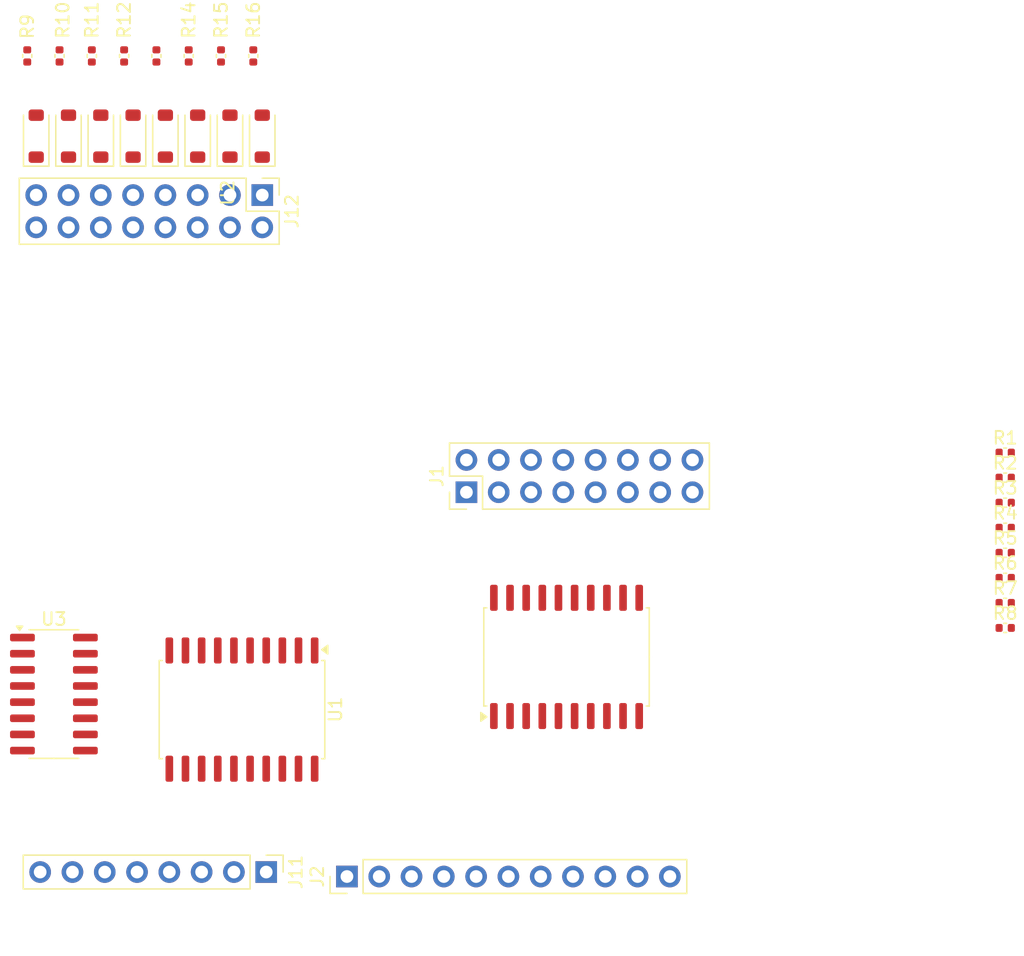
<source format=kicad_pcb>
(kicad_pcb (version 20240108) (generator "pcbnew") (generator_version "8.0")
  (layers (0 "F.Cu" signal) (31 "B.Cu" signal) (34 "B.Paste" user) (35 "F.Paste" user) (36 "B.SilkS" user "B.Silkscreen") (37 "F.SilkS" user "F.Silkscreen") (38 "B.Mask" user) (39 "F.Mask" user) (44 "Edge.Cuts" user))
  (net 0 "")
  (net 1 "B5")
  (net 2 "B1")
  (net 3 "B3")
  (net 4 "B4")
  (net 5 "B7")
  (net 6 "B2")
  (net 7 "B6")
  (net 8 "B0")
  (net 9 "Net-(D1-K)")
  (net 10 "Net-(D2-K)")
  (net 11 "Net-(D3-K)")
  (net 12 "Net-(D4-K)")
  (net 13 "Net-(D5-K)")
  (net 14 "Net-(D6-K)")
  (net 15 "Net-(D7-K)")
  (net 16 "Net-(D8-K)")
  (net 17 "W0")
  (net 18 "GND")
  (net 19 "Net-(J11-Pin_2)")
  (net 20 "Net-(J11-Pin_3)")
  (net 21 "Net-(J11-Pin_1)")
  (net 22 "Net-(J11-Pin_5)")
  (net 23 "Net-(J11-Pin_7)")
  (net 24 "Net-(J11-Pin_4)")
  (net 25 "Net-(J11-Pin_6)")
  (net 26 "Net-(J11-Pin_8)")
  (net 27 "VDD")
  (net 28 "Net-(J1-Pin_16)")
  (net 29 "Net-(J1-Pin_2)")
  (net 30 "Net-(J1-Pin_14)")
  (net 31 "Net-(J1-Pin_10)")
  (net 32 "Net-(J1-Pin_12)")
  (net 33 "Net-(J1-Pin_4)")
  (net 34 "Net-(J1-Pin_6)")
  (net 35 "Net-(J1-Pin_8)")
  (net 36 "Net-(J2-Pin_4)")
  (net 37 "Net-(J2-Pin_10)")
  (net 38 "Net-(J2-Pin_7)")
  (net 39 "Net-(J2-Pin_3)")
  (net 40 "Net-(J2-Pin_8)")
  (net 41 "Net-(J2-Pin_5)")
  (net 42 "Net-(J2-Pin_9)")
  (net 43 "Net-(J2-Pin_6)")
  (net 44 "Net-(U1-G1)")
  (net 46 "Net-(J2-Pin_11)")
  (net 47 "Net-(J2-Pin_1)")
  (net 48 "Net-(J2-Pin_2)")
  (footprint "Capacitor_SMD:C_0402_1005Metric" (layer "F.Cu") (at 127.722 104.77)
    (property "Reference" "R2" (at 0 -1.16 0) (layer "F.SilkS"))
    (property "Value" "10k")
    (pad "1" smd roundrect (at -0.48 0) (size 0.56 0.62) (layers "F.Cu" "F.Paste" "F.Mask") (net 18 "GND"))
    (pad "2" smd roundrect (at 0.48 0) (size 0.56 0.62) (layers "F.Cu" "F.Paste" "F.Mask") (net 33 "Net-(J1-Pin_4)"))
  )
  (footprint "Capacitor_SMD:C_0402_1005Metric" (layer "F.Cu") (at 127.722 112.65)
    (property "Reference" "R6" (at 0 -1.16 0) (layer "F.SilkS"))
    (property "Value" "10k")
    (pad "1" smd roundrect (at -0.48 0) (size 0.56 0.62) (layers "F.Cu" "F.Paste" "F.Mask") (net 18 "GND"))
    (pad "2" smd roundrect (at 0.48 0) (size 0.56 0.62) (layers "F.Cu" "F.Paste" "F.Mask") (net 32 "Net-(J1-Pin_12)"))
  )
  (footprint "Diode_SMD:D_SOD-123" (layer "F.Cu") (at 69.285 77.91 90)
    (property "Reference" "D1" (hide yes))
    (property "Value" "D")
    (pad "1" smd roundrect (at -1.65 0 90) (size 0.9 1.2) (layers "F.Cu" "F.Paste" "F.Mask") (net 9 "Net-(D1-K)"))
    (pad "2" smd roundrect (at 1.65 0 90) (size 0.9 1.2) (layers "F.Cu" "F.Paste" "F.Mask") (net 8 "B0"))
  )
  (footprint "Connector_PinHeader_2.54mm:PinHeader_2x08_P2.54mm_Vertical" (layer "F.Cu") (at 85.344 105.918 90)
    (property "Reference" "J1" (at 1.27 -2.33 90) (layer "F.SilkS"))
    (property "Value" "DIN41612_02x16_AB")
    (pad "1" thru_hole rect (at 0 0 90) (size 1.7 1.7) (drill 1) (layers "*.Cu" "*.Mask" "In1.Cu" "In2.Cu" "In3.Cu" "In4.Cu" "In5.Cu" "In6.Cu" "In7.Cu" "In8.Cu" "In9.Cu" "In10.Cu" "In11.Cu" "In12.Cu" "In13.Cu" "In14.Cu" "In15.Cu" "In16.Cu" "In17.Cu" "In18.Cu" "In19.Cu" "In20.Cu" "In21.Cu" "In22.Cu" "In23.Cu" "In24.Cu" "In25.Cu" "In26.Cu" "In27.Cu" "In28.Cu" "In29.Cu" "In30.Cu") (net 27 "VDD"))
    (pad "2" thru_hole oval (at 2.54 0 90) (size 1.7 1.7) (drill 1) (layers "*.Cu" "*.Mask" "In1.Cu" "In2.Cu" "In3.Cu" "In4.Cu" "In5.Cu" "In6.Cu" "In7.Cu" "In8.Cu" "In9.Cu" "In10.Cu" "In11.Cu" "In12.Cu" "In13.Cu" "In14.Cu" "In15.Cu" "In16.Cu" "In17.Cu" "In18.Cu" "In19.Cu" "In20.Cu" "In21.Cu" "In22.Cu" "In23.Cu" "In24.Cu" "In25.Cu" "In26.Cu" "In27.Cu" "In28.Cu" "In29.Cu" "In30.Cu") (net 29 "Net-(J1-Pin_2)"))
    (pad "3" thru_hole oval (at 0 2.54 90) (size 1.7 1.7) (drill 1) (layers "*.Cu" "*.Mask" "In1.Cu" "In2.Cu" "In3.Cu" "In4.Cu" "In5.Cu" "In6.Cu" "In7.Cu" "In8.Cu" "In9.Cu" "In10.Cu" "In11.Cu" "In12.Cu" "In13.Cu" "In14.Cu" "In15.Cu" "In16.Cu" "In17.Cu" "In18.Cu" "In19.Cu" "In20.Cu" "In21.Cu" "In22.Cu" "In23.Cu" "In24.Cu" "In25.Cu" "In26.Cu" "In27.Cu" "In28.Cu" "In29.Cu" "In30.Cu") (net 27 "VDD"))
    (pad "4" thru_hole oval (at 2.54 2.54 90) (size 1.7 1.7) (drill 1) (layers "*.Cu" "*.Mask" "In1.Cu" "In2.Cu" "In3.Cu" "In4.Cu" "In5.Cu" "In6.Cu" "In7.Cu" "In8.Cu" "In9.Cu" "In10.Cu" "In11.Cu" "In12.Cu" "In13.Cu" "In14.Cu" "In15.Cu" "In16.Cu" "In17.Cu" "In18.Cu" "In19.Cu" "In20.Cu" "In21.Cu" "In22.Cu" "In23.Cu" "In24.Cu" "In25.Cu" "In26.Cu" "In27.Cu" "In28.Cu" "In29.Cu" "In30.Cu") (net 33 "Net-(J1-Pin_4)"))
    (pad "5" thru_hole oval (at 0 5.08 90) (size 1.7 1.7) (drill 1) (layers "*.Cu" "*.Mask" "In1.Cu" "In2.Cu" "In3.Cu" "In4.Cu" "In5.Cu" "In6.Cu" "In7.Cu" "In8.Cu" "In9.Cu" "In10.Cu" "In11.Cu" "In12.Cu" "In13.Cu" "In14.Cu" "In15.Cu" "In16.Cu" "In17.Cu" "In18.Cu" "In19.Cu" "In20.Cu" "In21.Cu" "In22.Cu" "In23.Cu" "In24.Cu" "In25.Cu" "In26.Cu" "In27.Cu" "In28.Cu" "In29.Cu" "In30.Cu") (net 27 "VDD"))
    (pad "6" thru_hole oval (at 2.54 5.08 90) (size 1.7 1.7) (drill 1) (layers "*.Cu" "*.Mask" "In1.Cu" "In2.Cu" "In3.Cu" "In4.Cu" "In5.Cu" "In6.Cu" "In7.Cu" "In8.Cu" "In9.Cu" "In10.Cu" "In11.Cu" "In12.Cu" "In13.Cu" "In14.Cu" "In15.Cu" "In16.Cu" "In17.Cu" "In18.Cu" "In19.Cu" "In20.Cu" "In21.Cu" "In22.Cu" "In23.Cu" "In24.Cu" "In25.Cu" "In26.Cu" "In27.Cu" "In28.Cu" "In29.Cu" "In30.Cu") (net 34 "Net-(J1-Pin_6)"))
    (pad "7" thru_hole oval (at 0 7.62 90) (size 1.7 1.7) (drill 1) (layers "*.Cu" "*.Mask" "In1.Cu" "In2.Cu" "In3.Cu" "In4.Cu" "In5.Cu" "In6.Cu" "In7.Cu" "In8.Cu" "In9.Cu" "In10.Cu" "In11.Cu" "In12.Cu" "In13.Cu" "In14.Cu" "In15.Cu" "In16.Cu" "In17.Cu" "In18.Cu" "In19.Cu" "In20.Cu" "In21.Cu" "In22.Cu" "In23.Cu" "In24.Cu" "In25.Cu" "In26.Cu" "In27.Cu" "In28.Cu" "In29.Cu" "In30.Cu") (net 27 "VDD"))
    (pad "8" thru_hole oval (at 2.54 7.62 90) (size 1.7 1.7) (drill 1) (layers "*.Cu" "*.Mask" "In1.Cu" "In2.Cu" "In3.Cu" "In4.Cu" "In5.Cu" "In6.Cu" "In7.Cu" "In8.Cu" "In9.Cu" "In10.Cu" "In11.Cu" "In12.Cu" "In13.Cu" "In14.Cu" "In15.Cu" "In16.Cu" "In17.Cu" "In18.Cu" "In19.Cu" "In20.Cu" "In21.Cu" "In22.Cu" "In23.Cu" "In24.Cu" "In25.Cu" "In26.Cu" "In27.Cu" "In28.Cu" "In29.Cu" "In30.Cu") (net 35 "Net-(J1-Pin_8)"))
    (pad "9" thru_hole oval (at 0 10.16 90) (size 1.7 1.7) (drill 1) (layers "*.Cu" "*.Mask" "In1.Cu" "In2.Cu" "In3.Cu" "In4.Cu" "In5.Cu" "In6.Cu" "In7.Cu" "In8.Cu" "In9.Cu" "In10.Cu" "In11.Cu" "In12.Cu" "In13.Cu" "In14.Cu" "In15.Cu" "In16.Cu" "In17.Cu" "In18.Cu" "In19.Cu" "In20.Cu" "In21.Cu" "In22.Cu" "In23.Cu" "In24.Cu" "In25.Cu" "In26.Cu" "In27.Cu" "In28.Cu" "In29.Cu" "In30.Cu") (net 27 "VDD"))
    (pad "10" thru_hole oval (at 2.54 10.16 90) (size 1.7 1.7) (drill 1) (layers "*.Cu" "*.Mask" "In1.Cu" "In2.Cu" "In3.Cu" "In4.Cu" "In5.Cu" "In6.Cu" "In7.Cu" "In8.Cu" "In9.Cu" "In10.Cu" "In11.Cu" "In12.Cu" "In13.Cu" "In14.Cu" "In15.Cu" "In16.Cu" "In17.Cu" "In18.Cu" "In19.Cu" "In20.Cu" "In21.Cu" "In22.Cu" "In23.Cu" "In24.Cu" "In25.Cu" "In26.Cu" "In27.Cu" "In28.Cu" "In29.Cu" "In30.Cu") (net 31 "Net-(J1-Pin_10)"))
    (pad "11" thru_hole oval (at 0 12.7 90) (size 1.7 1.7) (drill 1) (layers "*.Cu" "*.Mask" "In1.Cu" "In2.Cu" "In3.Cu" "In4.Cu" "In5.Cu" "In6.Cu" "In7.Cu" "In8.Cu" "In9.Cu" "In10.Cu" "In11.Cu" "In12.Cu" "In13.Cu" "In14.Cu" "In15.Cu" "In16.Cu" "In17.Cu" "In18.Cu" "In19.Cu" "In20.Cu" "In21.Cu" "In22.Cu" "In23.Cu" "In24.Cu" "In25.Cu" "In26.Cu" "In27.Cu" "In28.Cu" "In29.Cu" "In30.Cu") (net 27 "VDD"))
    (pad "12" thru_hole oval (at 2.54 12.7 90) (size 1.7 1.7) (drill 1) (layers "*.Cu" "*.Mask" "In1.Cu" "In2.Cu" "In3.Cu" "In4.Cu" "In5.Cu" "In6.Cu" "In7.Cu" "In8.Cu" "In9.Cu" "In10.Cu" "In11.Cu" "In12.Cu" "In13.Cu" "In14.Cu" "In15.Cu" "In16.Cu" "In17.Cu" "In18.Cu" "In19.Cu" "In20.Cu" "In21.Cu" "In22.Cu" "In23.Cu" "In24.Cu" "In25.Cu" "In26.Cu" "In27.Cu" "In28.Cu" "In29.Cu" "In30.Cu") (net 32 "Net-(J1-Pin_12)"))
    (pad "13" thru_hole oval (at 0 15.24 90) (size 1.7 1.7) (drill 1) (layers "*.Cu" "*.Mask" "In1.Cu" "In2.Cu" "In3.Cu" "In4.Cu" "In5.Cu" "In6.Cu" "In7.Cu" "In8.Cu" "In9.Cu" "In10.Cu" "In11.Cu" "In12.Cu" "In13.Cu" "In14.Cu" "In15.Cu" "In16.Cu" "In17.Cu" "In18.Cu" "In19.Cu" "In20.Cu" "In21.Cu" "In22.Cu" "In23.Cu" "In24.Cu" "In25.Cu" "In26.Cu" "In27.Cu" "In28.Cu" "In29.Cu" "In30.Cu") (net 27 "VDD"))
    (pad "14" thru_hole oval (at 2.54 15.24 90) (size 1.7 1.7) (drill 1) (layers "*.Cu" "*.Mask" "In1.Cu" "In2.Cu" "In3.Cu" "In4.Cu" "In5.Cu" "In6.Cu" "In7.Cu" "In8.Cu" "In9.Cu" "In10.Cu" "In11.Cu" "In12.Cu" "In13.Cu" "In14.Cu" "In15.Cu" "In16.Cu" "In17.Cu" "In18.Cu" "In19.Cu" "In20.Cu" "In21.Cu" "In22.Cu" "In23.Cu" "In24.Cu" "In25.Cu" "In26.Cu" "In27.Cu" "In28.Cu" "In29.Cu" "In30.Cu") (net 30 "Net-(J1-Pin_14)"))
    (pad "15" thru_hole oval (at 0 17.78 90) (size 1.7 1.7) (drill 1) (layers "*.Cu" "*.Mask" "In1.Cu" "In2.Cu" "In3.Cu" "In4.Cu" "In5.Cu" "In6.Cu" "In7.Cu" "In8.Cu" "In9.Cu" "In10.Cu" "In11.Cu" "In12.Cu" "In13.Cu" "In14.Cu" "In15.Cu" "In16.Cu" "In17.Cu" "In18.Cu" "In19.Cu" "In20.Cu" "In21.Cu" "In22.Cu" "In23.Cu" "In24.Cu" "In25.Cu" "In26.Cu" "In27.Cu" "In28.Cu" "In29.Cu" "In30.Cu") (net 27 "VDD"))
    (pad "16" thru_hole oval (at 2.54 17.78 90) (size 1.7 1.7) (drill 1) (layers "*.Cu" "*.Mask" "In1.Cu" "In2.Cu" "In3.Cu" "In4.Cu" "In5.Cu" "In6.Cu" "In7.Cu" "In8.Cu" "In9.Cu" "In10.Cu" "In11.Cu" "In12.Cu" "In13.Cu" "In14.Cu" "In15.Cu" "In16.Cu" "In17.Cu" "In18.Cu" "In19.Cu" "In20.Cu" "In21.Cu" "In22.Cu" "In23.Cu" "In24.Cu" "In25.Cu" "In26.Cu" "In27.Cu" "In28.Cu" "In29.Cu" "In30.Cu") (net 28 "Net-(J1-Pin_16)"))
  )
  (footprint "Diode_SMD:D_SOD-123" (layer "F.Cu") (at 56.585 77.91 90)
    (property "Reference" "D7" (hide yes))
    (property "Value" "D")
    (pad "1" smd roundrect (at -1.65 0 90) (size 0.9 1.2) (layers "F.Cu" "F.Paste" "F.Mask") (net 15 "Net-(D7-K)"))
    (pad "2" smd roundrect (at 1.65 0 90) (size 0.9 1.2) (layers "F.Cu" "F.Paste" "F.Mask") (net 1 "B5"))
  )
  (footprint "Capacitor_SMD:C_0402_1005Metric" (layer "F.Cu") (at 53.34 71.6 -90)
    (property "Reference" "R10" (at -2.822 -0.254 90) (layer "F.SilkS"))
    (property "Value" "10k" (hide yes))
    (pad "1" smd roundrect (at -0.48 0 270) (size 0.56 0.62) (layers "F.Cu" "F.Paste" "F.Mask") (net 27 "VDD"))
    (pad "2" smd roundrect (at 0.48 0 270) (size 0.56 0.62) (layers "F.Cu" "F.Paste" "F.Mask") (net 7 "B6"))
  )
  (footprint "Capacitor_SMD:C_0402_1005Metric" (layer "F.Cu") (at 55.88 71.6 -90)
    (property "Reference" "R11" (at -2.822 0 90) (layer "F.SilkS"))
    (property "Value" "10k" (hide yes))
    (pad "1" smd roundrect (at -0.48 0 270) (size 0.56 0.62) (layers "F.Cu" "F.Paste" "F.Mask") (net 27 "VDD"))
    (pad "2" smd roundrect (at 0.48 0 270) (size 0.56 0.62) (layers "F.Cu" "F.Paste" "F.Mask") (net 1 "B5"))
  )
  (footprint "Diode_SMD:D_SOD-123" (layer "F.Cu") (at 59.125 77.91 90)
    (property "Reference" "D8" (hide yes))
    (property "Value" "D")
    (pad "1" smd roundrect (at -1.65 0 90) (size 0.9 1.2) (layers "F.Cu" "F.Paste" "F.Mask") (net 16 "Net-(D8-K)"))
    (pad "2" smd roundrect (at 1.65 0 90) (size 0.9 1.2) (layers "F.Cu" "F.Paste" "F.Mask") (net 4 "B4"))
  )
  (footprint "Capacitor_SMD:C_0402_1005Metric" (layer "F.Cu") (at 60.96 71.6 -90)
    (property "Reference" "R13" (hide yes))
    (property "Value" "10k" (hide yes))
    (pad "1" smd roundrect (at -0.48 0 270) (size 0.56 0.62) (layers "F.Cu" "F.Paste" "F.Mask") (net 27 "VDD"))
    (pad "2" smd roundrect (at 0.48 0 270) (size 0.56 0.62) (layers "F.Cu" "F.Paste" "F.Mask") (net 3 "B3"))
  )
  (footprint "Package_SO:SOIC-16_3.9x9.9mm_P1.27mm" (layer "F.Cu") (at 52.897 121.793)
    (property "Reference" "U3" (at 0 -5.9 0) (layer "F.SilkS"))
    (property "Value" "74HC238")
    (pad "1" smd roundrect (at -2.475 -4.445) (size 1.95 0.6) (layers "F.Cu" "F.Paste" "F.Mask") (net 47 "Net-(J2-Pin_1)"))
    (pad "2" smd roundrect (at -2.475 -3.175) (size 1.95 0.6) (layers "F.Cu" "F.Paste" "F.Mask") (net 48 "Net-(J2-Pin_2)"))
    (pad "3" smd roundrect (at -2.475 -1.905) (size 1.95 0.6) (layers "F.Cu" "F.Paste" "F.Mask") (net 39 "Net-(J2-Pin_3)"))
    (pad "4" smd roundrect (at -2.475 -0.635) (size 1.95 0.6) (layers "F.Cu" "F.Paste" "F.Mask") (net 44 "Net-(U1-G1)"))
    (pad "5" smd roundrect (at -2.475 0.635) (size 1.95 0.6) (layers "F.Cu" "F.Paste" "F.Mask") (net 44 "Net-(U1-G1)"))
    (pad "6" smd roundrect (at -2.475 1.905) (size 1.95 0.6) (layers "F.Cu" "F.Paste" "F.Mask") (net 27 "VDD"))
    (pad "7" smd roundrect (at -2.475 3.175) (size 1.95 0.6) (layers "F.Cu" "F.Paste" "F.Mask"))
    (pad "8" smd roundrect (at -2.475 4.445) (size 1.95 0.6) (layers "F.Cu" "F.Paste" "F.Mask") (net 18 "GND"))
    (pad "9" smd roundrect (at 2.475 4.445) (size 1.95 0.6) (layers "F.Cu" "F.Paste" "F.Mask"))
    (pad "10" smd roundrect (at 2.475 3.175) (size 1.95 0.6) (layers "F.Cu" "F.Paste" "F.Mask"))
    (pad "11" smd roundrect (at 2.475 1.905) (size 1.95 0.6) (layers "F.Cu" "F.Paste" "F.Mask"))
    (pad "12" smd roundrect (at 2.475 0.635) (size 1.95 0.6) (layers "F.Cu" "F.Paste" "F.Mask"))
    (pad "13" smd roundrect (at 2.475 -0.635) (size 1.95 0.6) (layers "F.Cu" "F.Paste" "F.Mask"))
    (pad "14" smd roundrect (at 2.475 -1.905) (size 1.95 0.6) (layers "F.Cu" "F.Paste" "F.Mask"))
    (pad "15" smd roundrect (at 2.475 -3.175) (size 1.95 0.6) (layers "F.Cu" "F.Paste" "F.Mask") (net 17 "W0"))
    (pad "16" smd roundrect (at 2.475 -4.445) (size 1.95 0.6) (layers "F.Cu" "F.Paste" "F.Mask") (net 27 "VDD"))
  )
  (footprint "Connector_PinHeader_2.54mm:PinHeader_2x08_P2.54mm_Vertical" (layer "F.Cu") (at 69.285 82.545 -90)
    (property "Reference" "J12" (at 1.27 -2.33 -90) (layer "F.SilkS"))
    (property "Value" "DIN41612_02x16_AB" (hide yes))
    (pad "1" thru_hole rect (at 0 0 270) (size 1.7 1.7) (drill 1) (layers "*.Cu" "*.Mask" "In1.Cu" "In2.Cu" "In3.Cu" "In4.Cu" "In5.Cu" "In6.Cu" "In7.Cu" "In8.Cu" "In9.Cu" "In10.Cu" "In11.Cu" "In12.Cu" "In13.Cu" "In14.Cu" "In15.Cu" "In16.Cu" "In17.Cu" "In18.Cu" "In19.Cu" "In20.Cu" "In21.Cu" "In22.Cu" "In23.Cu" "In24.Cu" "In25.Cu" "In26.Cu" "In27.Cu" "In28.Cu" "In29.Cu" "In30.Cu") (net 9 "Net-(D1-K)"))
    (pad "2" thru_hole oval (at 2.54 0 270) (size 1.7 1.7) (drill 1) (layers "*.Cu" "*.Mask" "In1.Cu" "In2.Cu" "In3.Cu" "In4.Cu" "In5.Cu" "In6.Cu" "In7.Cu" "In8.Cu" "In9.Cu" "In10.Cu" "In11.Cu" "In12.Cu" "In13.Cu" "In14.Cu" "In15.Cu" "In16.Cu" "In17.Cu" "In18.Cu" "In19.Cu" "In20.Cu" "In21.Cu" "In22.Cu" "In23.Cu" "In24.Cu" "In25.Cu" "In26.Cu" "In27.Cu" "In28.Cu" "In29.Cu" "In30.Cu") (net 17 "W0"))
    (pad "3" thru_hole oval (at 0 2.54 270) (size 1.7 1.7) (drill 1) (layers "*.Cu" "*.Mask" "In1.Cu" "In2.Cu" "In3.Cu" "In4.Cu" "In5.Cu" "In6.Cu" "In7.Cu" "In8.Cu" "In9.Cu" "In10.Cu" "In11.Cu" "In12.Cu" "In13.Cu" "In14.Cu" "In15.Cu" "In16.Cu" "In17.Cu" "In18.Cu" "In19.Cu" "In20.Cu" "In21.Cu" "In22.Cu" "In23.Cu" "In24.Cu" "In25.Cu" "In26.Cu" "In27.Cu" "In28.Cu" "In29.Cu" "In30.Cu") (net 10 "Net-(D2-K)"))
    (pad "4" thru_hole oval (at 2.54 2.54 270) (size 1.7 1.7) (drill 1) (layers "*.Cu" "*.Mask" "In1.Cu" "In2.Cu" "In3.Cu" "In4.Cu" "In5.Cu" "In6.Cu" "In7.Cu" "In8.Cu" "In9.Cu" "In10.Cu" "In11.Cu" "In12.Cu" "In13.Cu" "In14.Cu" "In15.Cu" "In16.Cu" "In17.Cu" "In18.Cu" "In19.Cu" "In20.Cu" "In21.Cu" "In22.Cu" "In23.Cu" "In24.Cu" "In25.Cu" "In26.Cu" "In27.Cu" "In28.Cu" "In29.Cu" "In30.Cu") (net 17 "W0"))
    (pad "5" thru_hole oval (at 0 5.08 270) (size 1.7 1.7) (drill 1) (layers "*.Cu" "*.Mask" "In1.Cu" "In2.Cu" "In3.Cu" "In4.Cu" "In5.Cu" "In6.Cu" "In7.Cu" "In8.Cu" "In9.Cu" "In10.Cu" "In11.Cu" "In12.Cu" "In13.Cu" "In14.Cu" "In15.Cu" "In16.Cu" "In17.Cu" "In18.Cu" "In19.Cu" "In20.Cu" "In21.Cu" "In22.Cu" "In23.Cu" "In24.Cu" "In25.Cu" "In26.Cu" "In27.Cu" "In28.Cu" "In29.Cu" "In30.Cu") (net 12 "Net-(D4-K)"))
    (pad "6" thru_hole oval (at 2.54 5.08 270) (size 1.7 1.7) (drill 1) (layers "*.Cu" "*.Mask" "In1.Cu" "In2.Cu" "In3.Cu" "In4.Cu" "In5.Cu" "In6.Cu" "In7.Cu" "In8.Cu" "In9.Cu" "In10.Cu" "In11.Cu" "In12.Cu" "In13.Cu" "In14.Cu" "In15.Cu" "In16.Cu" "In17.Cu" "In18.Cu" "In19.Cu" "In20.Cu" "In21.Cu" "In22.Cu" "In23.Cu" "In24.Cu" "In25.Cu" "In26.Cu" "In27.Cu" "In28.Cu" "In29.Cu" "In30.Cu") (net 17 "W0"))
    (pad "7" thru_hole oval (at 0 7.62 270) (size 1.7 1.7) (drill 1) (layers "*.Cu" "*.Mask" "In1.Cu" "In2.Cu" "In3.Cu" "In4.Cu" "In5.Cu" "In6.Cu" "In7.Cu" "In8.Cu" "In9.Cu" "In10.Cu" "In11.Cu" "In12.Cu" "In13.Cu" "In14.Cu" "In15.Cu" "In16.Cu" "In17.Cu" "In18.Cu" "In19.Cu" "In20.Cu" "In21.Cu" "In22.Cu" "In23.Cu" "In24.Cu" "In25.Cu" "In26.Cu" "In27.Cu" "In28.Cu" "In29.Cu" "In30.Cu") (net 11 "Net-(D3-K)"))
    (pad "8" thru_hole oval (at 2.54 7.62 270) (size 1.7 1.7) (drill 1) (layers "*.Cu" "*.Mask" "In1.Cu" "In2.Cu" "In3.Cu" "In4.Cu" "In5.Cu" "In6.Cu" "In7.Cu" "In8.Cu" "In9.Cu" "In10.Cu" "In11.Cu" "In12.Cu" "In13.Cu" "In14.Cu" "In15.Cu" "In16.Cu" "In17.Cu" "In18.Cu" "In19.Cu" "In20.Cu" "In21.Cu" "In22.Cu" "In23.Cu" "In24.Cu" "In25.Cu" "In26.Cu" "In27.Cu" "In28.Cu" "In29.Cu" "In30.Cu") (net 17 "W0"))
    (pad "9" thru_hole oval (at 0 10.16 270) (size 1.7 1.7) (drill 1) (layers "*.Cu" "*.Mask" "In1.Cu" "In2.Cu" "In3.Cu" "In4.Cu" "In5.Cu" "In6.Cu" "In7.Cu" "In8.Cu" "In9.Cu" "In10.Cu" "In11.Cu" "In12.Cu" "In13.Cu" "In14.Cu" "In15.Cu" "In16.Cu" "In17.Cu" "In18.Cu" "In19.Cu" "In20.Cu" "In21.Cu" "In22.Cu" "In23.Cu" "In24.Cu" "In25.Cu" "In26.Cu" "In27.Cu" "In28.Cu" "In29.Cu" "In30.Cu") (net 16 "Net-(D8-K)"))
    (pad "10" thru_hole oval (at 2.54 10.16 270) (size 1.7 1.7) (drill 1) (layers "*.Cu" "*.Mask" "In1.Cu" "In2.Cu" "In3.Cu" "In4.Cu" "In5.Cu" "In6.Cu" "In7.Cu" "In8.Cu" "In9.Cu" "In10.Cu" "In11.Cu" "In12.Cu" "In13.Cu" "In14.Cu" "In15.Cu" "In16.Cu" "In17.Cu" "In18.Cu" "In19.Cu" "In20.Cu" "In21.Cu" "In22.Cu" "In23.Cu" "In24.Cu" "In25.Cu" "In26.Cu" "In27.Cu" "In28.Cu" "In29.Cu" "In30.Cu") (net 17 "W0"))
    (pad "11" thru_hole oval (at 0 12.7 270) (size 1.7 1.7) (drill 1) (layers "*.Cu" "*.Mask" "In1.Cu" "In2.Cu" "In3.Cu" "In4.Cu" "In5.Cu" "In6.Cu" "In7.Cu" "In8.Cu" "In9.Cu" "In10.Cu" "In11.Cu" "In12.Cu" "In13.Cu" "In14.Cu" "In15.Cu" "In16.Cu" "In17.Cu" "In18.Cu" "In19.Cu" "In20.Cu" "In21.Cu" "In22.Cu" "In23.Cu" "In24.Cu" "In25.Cu" "In26.Cu" "In27.Cu" "In28.Cu" "In29.Cu" "In30.Cu") (net 15 "Net-(D7-K)"))
    (pad "12" thru_hole oval (at 2.54 12.7 270) (size 1.7 1.7) (drill 1) (layers "*.Cu" "*.Mask" "In1.Cu" "In2.Cu" "In3.Cu" "In4.Cu" "In5.Cu" "In6.Cu" "In7.Cu" "In8.Cu" "In9.Cu" "In10.Cu" "In11.Cu" "In12.Cu" "In13.Cu" "In14.Cu" "In15.Cu" "In16.Cu" "In17.Cu" "In18.Cu" "In19.Cu" "In20.Cu" "In21.Cu" "In22.Cu" "In23.Cu" "In24.Cu" "In25.Cu" "In26.Cu" "In27.Cu" "In28.Cu" "In29.Cu" "In30.Cu") (net 17 "W0"))
    (pad "13" thru_hole oval (at 0 15.24 270) (size 1.7 1.7) (drill 1) (layers "*.Cu" "*.Mask" "In1.Cu" "In2.Cu" "In3.Cu" "In4.Cu" "In5.Cu" "In6.Cu" "In7.Cu" "In8.Cu" "In9.Cu" "In10.Cu" "In11.Cu" "In12.Cu" "In13.Cu" "In14.Cu" "In15.Cu" "In16.Cu" "In17.Cu" "In18.Cu" "In19.Cu" "In20.Cu" "In21.Cu" "In22.Cu" "In23.Cu" "In24.Cu" "In25.Cu" "In26.Cu" "In27.Cu" "In28.Cu" "In29.Cu" "In30.Cu") (net 14 "Net-(D6-K)"))
    (pad "14" thru_hole oval (at 2.54 15.24 270) (size 1.7 1.7) (drill 1) (layers "*.Cu" "*.Mask" "In1.Cu" "In2.Cu" "In3.Cu" "In4.Cu" "In5.Cu" "In6.Cu" "In7.Cu" "In8.Cu" "In9.Cu" "In10.Cu" "In11.Cu" "In12.Cu" "In13.Cu" "In14.Cu" "In15.Cu" "In16.Cu" "In17.Cu" "In18.Cu" "In19.Cu" "In20.Cu" "In21.Cu" "In22.Cu" "In23.Cu" "In24.Cu" "In25.Cu" "In26.Cu" "In27.Cu" "In28.Cu" "In29.Cu" "In30.Cu") (net 17 "W0"))
    (pad "15" thru_hole oval (at 0 17.78 270) (size 1.7 1.7) (drill 1) (layers "*.Cu" "*.Mask" "In1.Cu" "In2.Cu" "In3.Cu" "In4.Cu" "In5.Cu" "In6.Cu" "In7.Cu" "In8.Cu" "In9.Cu" "In10.Cu" "In11.Cu" "In12.Cu" "In13.Cu" "In14.Cu" "In15.Cu" "In16.Cu" "In17.Cu" "In18.Cu" "In19.Cu" "In20.Cu" "In21.Cu" "In22.Cu" "In23.Cu" "In24.Cu" "In25.Cu" "In26.Cu" "In27.Cu" "In28.Cu" "In29.Cu" "In30.Cu") (net 13 "Net-(D5-K)"))
    (pad "16" thru_hole oval (at 2.54 17.78 270) (size 1.7 1.7) (drill 1) (layers "*.Cu" "*.Mask" "In1.Cu" "In2.Cu" "In3.Cu" "In4.Cu" "In5.Cu" "In6.Cu" "In7.Cu" "In8.Cu" "In9.Cu" "In10.Cu" "In11.Cu" "In12.Cu" "In13.Cu" "In14.Cu" "In15.Cu" "In16.Cu" "In17.Cu" "In18.Cu" "In19.Cu" "In20.Cu" "In21.Cu" "In22.Cu" "In23.Cu" "In24.Cu" "In25.Cu" "In26.Cu" "In27.Cu" "In28.Cu" "In29.Cu" "In30.Cu") (net 17 "W0"))
  )
  (footprint "Connector_PinHeader_2.54mm:PinHeader_1x08_P2.54mm_Vertical" (layer "F.Cu") (at 69.596 135.792 -90)
    (property "Reference" "J11" (at 0 -2.33 -90) (layer "F.SilkS"))
    (property "Value" "Conn_01x08_Pin" (hide yes))
    (pad "1" thru_hole rect (at 0 0 270) (size 1.7 1.7) (drill 1) (layers "*.Cu" "*.Mask" "In1.Cu" "In2.Cu" "In3.Cu" "In4.Cu" "In5.Cu" "In6.Cu" "In7.Cu" "In8.Cu" "In9.Cu" "In10.Cu" "In11.Cu" "In12.Cu" "In13.Cu" "In14.Cu" "In15.Cu" "In16.Cu" "In17.Cu" "In18.Cu" "In19.Cu" "In20.Cu" "In21.Cu" "In22.Cu" "In23.Cu" "In24.Cu" "In25.Cu" "In26.Cu" "In27.Cu" "In28.Cu" "In29.Cu" "In30.Cu") (net 21 "Net-(J11-Pin_1)"))
    (pad "2" thru_hole oval (at 0 2.54 270) (size 1.7 1.7) (drill 1) (layers "*.Cu" "*.Mask" "In1.Cu" "In2.Cu" "In3.Cu" "In4.Cu" "In5.Cu" "In6.Cu" "In7.Cu" "In8.Cu" "In9.Cu" "In10.Cu" "In11.Cu" "In12.Cu" "In13.Cu" "In14.Cu" "In15.Cu" "In16.Cu" "In17.Cu" "In18.Cu" "In19.Cu" "In20.Cu" "In21.Cu" "In22.Cu" "In23.Cu" "In24.Cu" "In25.Cu" "In26.Cu" "In27.Cu" "In28.Cu" "In29.Cu" "In30.Cu") (net 19 "Net-(J11-Pin_2)"))
    (pad "3" thru_hole oval (at 0 5.08 270) (size 1.7 1.7) (drill 1) (layers "*.Cu" "*.Mask" "In1.Cu" "In2.Cu" "In3.Cu" "In4.Cu" "In5.Cu" "In6.Cu" "In7.Cu" "In8.Cu" "In9.Cu" "In10.Cu" "In11.Cu" "In12.Cu" "In13.Cu" "In14.Cu" "In15.Cu" "In16.Cu" "In17.Cu" "In18.Cu" "In19.Cu" "In20.Cu" "In21.Cu" "In22.Cu" "In23.Cu" "In24.Cu" "In25.Cu" "In26.Cu" "In27.Cu" "In28.Cu" "In29.Cu" "In30.Cu") (net 20 "Net-(J11-Pin_3)"))
    (pad "4" thru_hole oval (at 0 7.62 270) (size 1.7 1.7) (drill 1) (layers "*.Cu" "*.Mask" "In1.Cu" "In2.Cu" "In3.Cu" "In4.Cu" "In5.Cu" "In6.Cu" "In7.Cu" "In8.Cu" "In9.Cu" "In10.Cu" "In11.Cu" "In12.Cu" "In13.Cu" "In14.Cu" "In15.Cu" "In16.Cu" "In17.Cu" "In18.Cu" "In19.Cu" "In20.Cu" "In21.Cu" "In22.Cu" "In23.Cu" "In24.Cu" "In25.Cu" "In26.Cu" "In27.Cu" "In28.Cu" "In29.Cu" "In30.Cu") (net 24 "Net-(J11-Pin_4)"))
    (pad "5" thru_hole oval (at 0 10.16 270) (size 1.7 1.7) (drill 1) (layers "*.Cu" "*.Mask" "In1.Cu" "In2.Cu" "In3.Cu" "In4.Cu" "In5.Cu" "In6.Cu" "In7.Cu" "In8.Cu" "In9.Cu" "In10.Cu" "In11.Cu" "In12.Cu" "In13.Cu" "In14.Cu" "In15.Cu" "In16.Cu" "In17.Cu" "In18.Cu" "In19.Cu" "In20.Cu" "In21.Cu" "In22.Cu" "In23.Cu" "In24.Cu" "In25.Cu" "In26.Cu" "In27.Cu" "In28.Cu" "In29.Cu" "In30.Cu") (net 22 "Net-(J11-Pin_5)"))
    (pad "6" thru_hole oval (at 0 12.7 270) (size 1.7 1.7) (drill 1) (layers "*.Cu" "*.Mask" "In1.Cu" "In2.Cu" "In3.Cu" "In4.Cu" "In5.Cu" "In6.Cu" "In7.Cu" "In8.Cu" "In9.Cu" "In10.Cu" "In11.Cu" "In12.Cu" "In13.Cu" "In14.Cu" "In15.Cu" "In16.Cu" "In17.Cu" "In18.Cu" "In19.Cu" "In20.Cu" "In21.Cu" "In22.Cu" "In23.Cu" "In24.Cu" "In25.Cu" "In26.Cu" "In27.Cu" "In28.Cu" "In29.Cu" "In30.Cu") (net 25 "Net-(J11-Pin_6)"))
    (pad "7" thru_hole oval (at 0 15.24 270) (size 1.7 1.7) (drill 1) (layers "*.Cu" "*.Mask" "In1.Cu" "In2.Cu" "In3.Cu" "In4.Cu" "In5.Cu" "In6.Cu" "In7.Cu" "In8.Cu" "In9.Cu" "In10.Cu" "In11.Cu" "In12.Cu" "In13.Cu" "In14.Cu" "In15.Cu" "In16.Cu" "In17.Cu" "In18.Cu" "In19.Cu" "In20.Cu" "In21.Cu" "In22.Cu" "In23.Cu" "In24.Cu" "In25.Cu" "In26.Cu" "In27.Cu" "In28.Cu" "In29.Cu" "In30.Cu") (net 23 "Net-(J11-Pin_7)"))
    (pad "8" thru_hole oval (at 0 17.78 270) (size 1.7 1.7) (drill 1) (layers "*.Cu" "*.Mask" "In1.Cu" "In2.Cu" "In3.Cu" "In4.Cu" "In5.Cu" "In6.Cu" "In7.Cu" "In8.Cu" "In9.Cu" "In10.Cu" "In11.Cu" "In12.Cu" "In13.Cu" "In14.Cu" "In15.Cu" "In16.Cu" "In17.Cu" "In18.Cu" "In19.Cu" "In20.Cu" "In21.Cu" "In22.Cu" "In23.Cu" "In24.Cu" "In25.Cu" "In26.Cu" "In27.Cu" "In28.Cu" "In29.Cu" "In30.Cu") (net 26 "Net-(J11-Pin_8)"))
  )
  (footprint "Capacitor_SMD:C_0402_1005Metric" (layer "F.Cu") (at 58.42 71.6 -90)
    (property "Reference" "R12" (at -2.822 0 90) (layer "F.SilkS"))
    (property "Value" "10k" (hide yes))
    (pad "1" smd roundrect (at -0.48 0 270) (size 0.56 0.62) (layers "F.Cu" "F.Paste" "F.Mask") (net 27 "VDD"))
    (pad "2" smd roundrect (at 0.48 0 270) (size 0.56 0.62) (layers "F.Cu" "F.Paste" "F.Mask") (net 4 "B4"))
  )
  (footprint "Connector_PinHeader_2.54mm:PinHeader_1x11_P2.54mm_Vertical" (layer "F.Cu") (at 75.946 136.144 90)
    (property "Reference" "J2" (at 0 -2.33 90) (layer "F.SilkS"))
    (property "Value" "Conn_01x11_Pin")
    (pad "1" thru_hole rect (at 0 0 90) (size 1.7 1.7) (drill 1) (layers "*.Cu" "*.Mask" "In1.Cu" "In2.Cu" "In3.Cu" "In4.Cu" "In5.Cu" "In6.Cu" "In7.Cu" "In8.Cu" "In9.Cu" "In10.Cu" "In11.Cu" "In12.Cu" "In13.Cu" "In14.Cu" "In15.Cu" "In16.Cu" "In17.Cu" "In18.Cu" "In19.Cu" "In20.Cu" "In21.Cu" "In22.Cu" "In23.Cu" "In24.Cu" "In25.Cu" "In26.Cu" "In27.Cu" "In28.Cu" "In29.Cu" "In30.Cu") (net 47 "Net-(J2-Pin_1)"))
    (pad "2" thru_hole oval (at 0 2.54 90) (size 1.7 1.7) (drill 1) (layers "*.Cu" "*.Mask" "In1.Cu" "In2.Cu" "In3.Cu" "In4.Cu" "In5.Cu" "In6.Cu" "In7.Cu" "In8.Cu" "In9.Cu" "In10.Cu" "In11.Cu" "In12.Cu" "In13.Cu" "In14.Cu" "In15.Cu" "In16.Cu" "In17.Cu" "In18.Cu" "In19.Cu" "In20.Cu" "In21.Cu" "In22.Cu" "In23.Cu" "In24.Cu" "In25.Cu" "In26.Cu" "In27.Cu" "In28.Cu" "In29.Cu" "In30.Cu") (net 48 "Net-(J2-Pin_2)"))
    (pad "3" thru_hole oval (at 0 5.08 90) (size 1.7 1.7) (drill 1) (layers "*.Cu" "*.Mask" "In1.Cu" "In2.Cu" "In3.Cu" "In4.Cu" "In5.Cu" "In6.Cu" "In7.Cu" "In8.Cu" "In9.Cu" "In10.Cu" "In11.Cu" "In12.Cu" "In13.Cu" "In14.Cu" "In15.Cu" "In16.Cu" "In17.Cu" "In18.Cu" "In19.Cu" "In20.Cu" "In21.Cu" "In22.Cu" "In23.Cu" "In24.Cu" "In25.Cu" "In26.Cu" "In27.Cu" "In28.Cu" "In29.Cu" "In30.Cu") (net 39 "Net-(J2-Pin_3)"))
    (pad "4" thru_hole oval (at 0 7.62 90) (size 1.7 1.7) (drill 1) (layers "*.Cu" "*.Mask" "In1.Cu" "In2.Cu" "In3.Cu" "In4.Cu" "In5.Cu" "In6.Cu" "In7.Cu" "In8.Cu" "In9.Cu" "In10.Cu" "In11.Cu" "In12.Cu" "In13.Cu" "In14.Cu" "In15.Cu" "In16.Cu" "In17.Cu" "In18.Cu" "In19.Cu" "In20.Cu" "In21.Cu" "In22.Cu" "In23.Cu" "In24.Cu" "In25.Cu" "In26.Cu" "In27.Cu" "In28.Cu" "In29.Cu" "In30.Cu") (net 36 "Net-(J2-Pin_4)"))
    (pad "5" thru_hole oval (at 0 10.16 90) (size 1.7 1.7) (drill 1) (layers "*.Cu" "*.Mask" "In1.Cu" "In2.Cu" "In3.Cu" "In4.Cu" "In5.Cu" "In6.Cu" "In7.Cu" "In8.Cu" "In9.Cu" "In10.Cu" "In11.Cu" "In12.Cu" "In13.Cu" "In14.Cu" "In15.Cu" "In16.Cu" "In17.Cu" "In18.Cu" "In19.Cu" "In20.Cu" "In21.Cu" "In22.Cu" "In23.Cu" "In24.Cu" "In25.Cu" "In26.Cu" "In27.Cu" "In28.Cu" "In29.Cu" "In30.Cu") (net 41 "Net-(J2-Pin_5)"))
    (pad "6" thru_hole oval (at 0 12.7 90) (size 1.7 1.7) (drill 1) (layers "*.Cu" "*.Mask" "In1.Cu" "In2.Cu" "In3.Cu" "In4.Cu" "In5.Cu" "In6.Cu" "In7.Cu" "In8.Cu" "In9.Cu" "In10.Cu" "In11.Cu" "In12.Cu" "In13.Cu" "In14.Cu" "In15.Cu" "In16.Cu" "In17.Cu" "In18.Cu" "In19.Cu" "In20.Cu" "In21.Cu" "In22.Cu" "In23.Cu" "In24.Cu" "In25.Cu" "In26.Cu" "In27.Cu" "In28.Cu" "In29.Cu" "In30.Cu") (net 43 "Net-(J2-Pin_6)"))
    (pad "7" thru_hole oval (at 0 15.24 90) (size 1.7 1.7) (drill 1) (layers "*.Cu" "*.Mask" "In1.Cu" "In2.Cu" "In3.Cu" "In4.Cu" "In5.Cu" "In6.Cu" "In7.Cu" "In8.Cu" "In9.Cu" "In10.Cu" "In11.Cu" "In12.Cu" "In13.Cu" "In14.Cu" "In15.Cu" "In16.Cu" "In17.Cu" "In18.Cu" "In19.Cu" "In20.Cu" "In21.Cu" "In22.Cu" "In23.Cu" "In24.Cu" "In25.Cu" "In26.Cu" "In27.Cu" "In28.Cu" "In29.Cu" "In30.Cu") (net 38 "Net-(J2-Pin_7)"))
    (pad "8" thru_hole oval (at 0 17.78 90) (size 1.7 1.7) (drill 1) (layers "*.Cu" "*.Mask" "In1.Cu" "In2.Cu" "In3.Cu" "In4.Cu" "In5.Cu" "In6.Cu" "In7.Cu" "In8.Cu" "In9.Cu" "In10.Cu" "In11.Cu" "In12.Cu" "In13.Cu" "In14.Cu" "In15.Cu" "In16.Cu" "In17.Cu" "In18.Cu" "In19.Cu" "In20.Cu" "In21.Cu" "In22.Cu" "In23.Cu" "In24.Cu" "In25.Cu" "In26.Cu" "In27.Cu" "In28.Cu" "In29.Cu" "In30.Cu") (net 40 "Net-(J2-Pin_8)"))
    (pad "9" thru_hole oval (at 0 20.32 90) (size 1.7 1.7) (drill 1) (layers "*.Cu" "*.Mask" "In1.Cu" "In2.Cu" "In3.Cu" "In4.Cu" "In5.Cu" "In6.Cu" "In7.Cu" "In8.Cu" "In9.Cu" "In10.Cu" "In11.Cu" "In12.Cu" "In13.Cu" "In14.Cu" "In15.Cu" "In16.Cu" "In17.Cu" "In18.Cu" "In19.Cu" "In20.Cu" "In21.Cu" "In22.Cu" "In23.Cu" "In24.Cu" "In25.Cu" "In26.Cu" "In27.Cu" "In28.Cu" "In29.Cu" "In30.Cu") (net 42 "Net-(J2-Pin_9)"))
    (pad "10" thru_hole oval (at 0 22.86 90) (size 1.7 1.7) (drill 1) (layers "*.Cu" "*.Mask" "In1.Cu" "In2.Cu" "In3.Cu" "In4.Cu" "In5.Cu" "In6.Cu" "In7.Cu" "In8.Cu" "In9.Cu" "In10.Cu" "In11.Cu" "In12.Cu" "In13.Cu" "In14.Cu" "In15.Cu" "In16.Cu" "In17.Cu" "In18.Cu" "In19.Cu" "In20.Cu" "In21.Cu" "In22.Cu" "In23.Cu" "In24.Cu" "In25.Cu" "In26.Cu" "In27.Cu" "In28.Cu" "In29.Cu" "In30.Cu") (net 37 "Net-(J2-Pin_10)"))
    (pad "11" thru_hole oval (at 0 25.4 90) (size 1.7 1.7) (drill 1) (layers "*.Cu" "*.Mask" "In1.Cu" "In2.Cu" "In3.Cu" "In4.Cu" "In5.Cu" "In6.Cu" "In7.Cu" "In8.Cu" "In9.Cu" "In10.Cu" "In11.Cu" "In12.Cu" "In13.Cu" "In14.Cu" "In15.Cu" "In16.Cu" "In17.Cu" "In18.Cu" "In19.Cu" "In20.Cu" "In21.Cu" "In22.Cu" "In23.Cu" "In24.Cu" "In25.Cu" "In26.Cu" "In27.Cu" "In28.Cu" "In29.Cu" "In30.Cu") (net 46 "Net-(J2-Pin_11)"))
  )
  (footprint "Capacitor_SMD:C_0402_1005Metric" (layer "F.Cu") (at 127.722 116.59)
    (property "Reference" "R8" (at 0 -1.16 0) (layer "F.SilkS"))
    (property "Value" "10k")
    (pad "1" smd roundrect (at -0.48 0) (size 0.56 0.62) (layers "F.Cu" "F.Paste" "F.Mask") (net 18 "GND"))
    (pad "2" smd roundrect (at 0.48 0) (size 0.56 0.62) (layers "F.Cu" "F.Paste" "F.Mask") (net 28 "Net-(J1-Pin_16)"))
  )
  (footprint "Capacitor_SMD:C_0402_1005Metric" (layer "F.Cu") (at 127.722 110.68)
    (property "Reference" "R5" (at 0 -1.16 0) (layer "F.SilkS"))
    (property "Value" "10k")
    (pad "1" smd roundrect (at -0.48 0) (size 0.56 0.62) (layers "F.Cu" "F.Paste" "F.Mask") (net 18 "GND"))
    (pad "2" smd roundrect (at 0.48 0) (size 0.56 0.62) (layers "F.Cu" "F.Paste" "F.Mask") (net 31 "Net-(J1-Pin_10)"))
  )
  (footprint "Capacitor_SMD:C_0402_1005Metric" (layer "F.Cu") (at 127.722 102.8)
    (property "Reference" "R1" (at 0 -1.16 0) (layer "F.SilkS"))
    (property "Value" "10k")
    (pad "1" smd roundrect (at -0.48 0) (size 0.56 0.62) (layers "F.Cu" "F.Paste" "F.Mask") (net 18 "GND"))
    (pad "2" smd roundrect (at 0.48 0) (size 0.56 0.62) (layers "F.Cu" "F.Paste" "F.Mask") (net 29 "Net-(J1-Pin_2)"))
  )
  (footprint "Diode_SMD:D_SOD-123" (layer "F.Cu") (at 51.505 77.91 90)
    (property "Reference" "D5" (hide yes))
    (property "Value" "D")
    (pad "1" smd roundrect (at -1.65 0 90) (size 0.9 1.2) (layers "F.Cu" "F.Paste" "F.Mask") (net 13 "Net-(D5-K)"))
    (pad "2" smd roundrect (at 1.65 0 90) (size 0.9 1.2) (layers "F.Cu" "F.Paste" "F.Mask") (net 5 "B7"))
  )
  (footprint "Capacitor_SMD:C_0402_1005Metric" (layer "F.Cu") (at 63.5 71.6 -90)
    (property "Reference" "R14" (at -2.822 0 90) (layer "F.SilkS"))
    (property "Value" "10k" (hide yes))
    (pad "1" smd roundrect (at -0.48 0 270) (size 0.56 0.62) (layers "F.Cu" "F.Paste" "F.Mask") (net 27 "VDD"))
    (pad "2" smd roundrect (at 0.48 0 270) (size 0.56 0.62) (layers "F.Cu" "F.Paste" "F.Mask") (net 6 "B2"))
  )
  (footprint "Diode_SMD:D_SOD-123" (layer "F.Cu") (at 64.205 77.91 90)
    (property "Reference" "D4" (hide yes))
    (property "Value" "D")
    (pad "1" smd roundrect (at -1.65 0 90) (size 0.9 1.2) (layers "F.Cu" "F.Paste" "F.Mask") (net 12 "Net-(D4-K)"))
    (pad "2" smd roundrect (at 1.65 0 90) (size 0.9 1.2) (layers "F.Cu" "F.Paste" "F.Mask") (net 6 "B2"))
  )
  (footprint "Capacitor_SMD:C_0402_1005Metric" (layer "F.Cu") (at 68.58 71.6 -90)
    (property "Reference" "R16" (at -2.822 0 90) (layer "F.SilkS"))
    (property "Value" "10k" (hide yes))
    (pad "1" smd roundrect (at -0.48 0 270) (size 0.56 0.62) (layers "F.Cu" "F.Paste" "F.Mask") (net 27 "VDD"))
    (pad "2" smd roundrect (at 0.48 0 270) (size 0.56 0.62) (layers "F.Cu" "F.Paste" "F.Mask") (net 8 "B0"))
  )
  (footprint "Package_SO:SOIC-20W_7.5x12.8mm_P1.27mm" (layer "F.Cu") (at 93.218 118.872 90)
    (property "Reference" "U2" (at 36.508 -26.65 90) (layer "F.SilkS"))
    (property "Value" "74HC688")
    (pad "1" smd roundrect (at -4.65 -5.715 90) (size 2.05 0.6) (layers "F.Cu" "F.Paste" "F.Mask"))
    (pad "2" smd roundrect (at -4.65 -4.445 90) (size 2.05 0.6) (layers "F.Cu" "F.Paste" "F.Mask") (net 29 "Net-(J1-Pin_2)"))
    (pad "3" smd roundrect (at -4.65 -3.175 90) (size 2.05 0.6) (layers "F.Cu" "F.Paste" "F.Mask") (net 36 "Net-(J2-Pin_4)"))
    (pad "4" smd roundrect (at -4.65 -1.905 90) (size 2.05 0.6) (layers "F.Cu" "F.Paste" "F.Mask") (net 33 "Net-(J1-Pin_4)"))
    (pad "5" smd roundrect (at -4.65 -0.635 90) (size 2.05 0.6) (layers "F.Cu" "F.Paste" "F.Mask") (net 41 "Net-(J2-Pin_5)"))
    (pad "6" smd roundrect (at -4.65 0.635 90) (size 2.05 0.6) (layers "F.Cu" "F.Paste" "F.Mask") (net 34 "Net-(J1-Pin_6)"))
    (pad "7" smd roundrect (at -4.65 1.905 90) (size 2.05 0.6) (layers "F.Cu" "F.Paste" "F.Mask") (net 43 "Net-(J2-Pin_6)"))
    (pad "8" smd roundrect (at -4.65 3.175 90) (size 2.05 0.6) (layers "F.Cu" "F.Paste" "F.Mask") (net 35 "Net-(J1-Pin_8)"))
    (pad "9" smd roundrect (at -4.65 4.445 90) (size 2.05 0.6) (layers "F.Cu" "F.Paste" "F.Mask") (net 38 "Net-(J2-Pin_7)"))
    (pad "10" smd roundrect (at -4.65 5.715 90) (size 2.05 0.6) (layers "F.Cu" "F.Paste" "F.Mask") (net 18 "GND"))
    (pad "11" smd roundrect (at 4.65 5.715 90) (size 2.05 0.6) (layers "F.Cu" "F.Paste" "F.Mask") (net 31 "Net-(J1-Pin_10)"))
    (pad "12" smd roundrect (at 4.65 4.445 90) (size 2.05 0.6) (layers "F.Cu" "F.Paste" "F.Mask") (net 40 "Net-(J2-Pin_8)"))
    (pad "13" smd roundrect (at 4.65 3.175 90) (size 2.05 0.6) (layers "F.Cu" "F.Paste" "F.Mask") (net 32 "Net-(J1-Pin_12)"))
    (pad "14" smd roundrect (at 4.65 1.905 90) (size 2.05 0.6) (layers "F.Cu" "F.Paste" "F.Mask") (net 42 "Net-(J2-Pin_9)"))
    (pad "15" smd roundrect (at 4.65 0.635 90) (size 2.05 0.6) (layers "F.Cu" "F.Paste" "F.Mask") (net 30 "Net-(J1-Pin_14)"))
    (pad "16" smd roundrect (at 4.65 -0.635 90) (size 2.05 0.6) (layers "F.Cu" "F.Paste" "F.Mask") (net 37 "Net-(J2-Pin_10)"))
    (pad "17" smd roundrect (at 4.65 -1.905 90) (size 2.05 0.6) (layers "F.Cu" "F.Paste" "F.Mask") (net 28 "Net-(J1-Pin_16)"))
    (pad "18" smd roundrect (at 4.65 -3.175 90) (size 2.05 0.6) (layers "F.Cu" "F.Paste" "F.Mask") (net 46 "Net-(J2-Pin_11)"))
    (pad "19" smd roundrect (at 4.65 -4.445 90) (size 2.05 0.6) (layers "F.Cu" "F.Paste" "F.Mask") (net 44 "Net-(U1-G1)"))
    (pad "20" smd roundrect (at 4.65 -5.715 90) (size 2.05 0.6) (layers "F.Cu" "F.Paste" "F.Mask") (net 27 "VDD"))
  )
  (footprint "Diode_SMD:D_SOD-123" (layer "F.Cu") (at 66.745 77.91 90)
    (property "Reference" "D2" (hide yes))
    (property "Value" "D" (hide yes))
    (pad "1" smd roundrect (at -1.65 0 90) (size 0.9 1.2) (layers "F.Cu" "F.Paste" "F.Mask") (net 10 "Net-(D2-K)"))
    (pad "2" smd roundrect (at 1.65 0 90) (size 0.9 1.2) (layers "F.Cu" "F.Paste" "F.Mask") (net 2 "B1"))
  )
  (footprint "Diode_SMD:D_SOD-123" (layer "F.Cu") (at 54.045 77.91 90)
    (property "Reference" "D6" (hide yes))
    (property "Value" "D")
    (pad "1" smd roundrect (at -1.65 0 90) (size 0.9 1.2) (layers "F.Cu" "F.Paste" "F.Mask") (net 14 "Net-(D6-K)"))
    (pad "2" smd roundrect (at 1.65 0 90) (size 0.9 1.2) (layers "F.Cu" "F.Paste" "F.Mask") (net 7 "B6"))
  )
  (footprint "Capacitor_SMD:C_0402_1005Metric" (layer "F.Cu") (at 127.722 108.71)
    (property "Reference" "R4" (at 0 -1.16 0) (layer "F.SilkS"))
    (property "Value" "10k")
    (pad "1" smd roundrect (at -0.48 0) (size 0.56 0.62) (layers "F.Cu" "F.Paste" "F.Mask") (net 18 "GND"))
    (pad "2" smd roundrect (at 0.48 0) (size 0.56 0.62) (layers "F.Cu" "F.Paste" "F.Mask") (net 35 "Net-(J1-Pin_8)"))
  )
  (footprint "Capacitor_SMD:C_0402_1005Metric" (layer "F.Cu") (at 127.722 114.62)
    (property "Reference" "R7" (at 0 -1.16 0) (layer "F.SilkS"))
    (property "Value" "10k")
    (pad "1" smd roundrect (at -0.48 0) (size 0.56 0.62) (layers "F.Cu" "F.Paste" "F.Mask") (net 18 "GND"))
    (pad "2" smd roundrect (at 0.48 0) (size 0.56 0.62) (layers "F.Cu" "F.Paste" "F.Mask") (net 30 "Net-(J1-Pin_14)"))
  )
  (footprint "Capacitor_SMD:C_0402_1005Metric" (layer "F.Cu") (at 50.8 71.6 -90)
    (property "Reference" "R9" (at -2.314 0 90) (layer "F.SilkS"))
    (property "Value" "10k" (hide yes))
    (pad "1" smd roundrect (at -0.48 0 270) (size 0.56 0.62) (layers "F.Cu" "F.Paste" "F.Mask") (net 27 "VDD"))
    (pad "2" smd roundrect (at 0.48 0 270) (size 0.56 0.62) (layers "F.Cu" "F.Paste" "F.Mask") (net 5 "B7"))
  )
  (footprint "Diode_SMD:D_SOD-123" (layer "F.Cu") (at 61.665 77.91 90)
    (property "Reference" "D3" (hide yes))
    (property "Value" "D" (hide yes))
    (pad "1" smd roundrect (at -1.65 0 90) (size 0.9 1.2) (layers "F.Cu" "F.Paste" "F.Mask") (net 11 "Net-(D3-K)"))
    (pad "2" smd roundrect (at 1.65 0 90) (size 0.9 1.2) (layers "F.Cu" "F.Paste" "F.Mask") (net 3 "B3"))
  )
  (footprint "Capacitor_SMD:C_0402_1005Metric" (layer "F.Cu") (at 127.722 106.74)
    (property "Reference" "R3" (at 0 -1.16 0) (layer "F.SilkS"))
    (property "Value" "10k")
    (pad "1" smd roundrect (at -0.48 0) (size 0.56 0.62) (layers "F.Cu" "F.Paste" "F.Mask") (net 18 "GND"))
    (pad "2" smd roundrect (at 0.48 0) (size 0.56 0.62) (layers "F.Cu" "F.Paste" "F.Mask") (net 34 "Net-(J1-Pin_6)"))
  )
  (footprint "Capacitor_SMD:C_0402_1005Metric" (layer "F.Cu") (at 66.04 71.6 -90)
    (property "Reference" "R15" (at -2.822 0 90) (layer "F.SilkS"))
    (property "Value" "10k" (hide yes))
    (pad "1" smd roundrect (at -0.48 0 270) (size 0.56 0.62) (layers "F.Cu" "F.Paste" "F.Mask") (net 27 "VDD"))
    (pad "2" smd roundrect (at 0.48 0 270) (size 0.56 0.62) (layers "F.Cu" "F.Paste" "F.Mask") (net 2 "B1"))
  )
  (footprint "Package_SO:SOIC-20W_7.5x12.8mm_P1.27mm" (layer "F.Cu") (at 67.691 123.014 -90)
    (property "Reference" "U1" (at 0 -7.35 90) (layer "F.SilkS"))
    (property "Value" "74LS540")
    (pad "1" smd roundrect (at -4.65 -5.715 270) (size 2.05 0.6) (layers "F.Cu" "F.Paste" "F.Mask") (net 44 "Net-(U1-G1)"))
    (pad "2" smd roundrect (at -4.65 -4.445 270) (size 2.05 0.6) (layers "F.Cu" "F.Paste" "F.Mask") (net 8 "B0"))
    (pad "3" smd roundrect (at -4.65 -3.175 270) (size 2.05 0.6) (layers "F.Cu" "F.Paste" "F.Mask") (net 2 "B1"))
    (pad "4" smd roundrect (at -4.65 -1.905 270) (size 2.05 0.6) (layers "F.Cu" "F.Paste" "F.Mask") (net 6 "B2"))
    (pad "5" smd roundrect (at -4.65 -0.635 270) (size 2.05 0.6) (layers "F.Cu" "F.Paste" "F.Mask") (net 3 "B3"))
    (pad "6" smd roundrect (at -4.65 0.635 270) (size 2.05 0.6) (layers "F.Cu" "F.Paste" "F.Mask") (net 4 "B4"))
    (pad "7" smd roundrect (at -4.65 1.905 270) (size 2.05 0.6) (layers "F.Cu" "F.Paste" "F.Mask") (net 1 "B5"))
    (pad "8" smd roundrect (at -4.65 3.175 270) (size 2.05 0.6) (layers "F.Cu" "F.Paste" "F.Mask") (net 7 "B6"))
    (pad "9" smd roundrect (at -4.65 4.445 270) (size 2.05 0.6) (layers "F.Cu" "F.Paste" "F.Mask") (net 5 "B7"))
    (pad "10" smd roundrect (at -4.65 5.715 270) (size 2.05 0.6) (layers "F.Cu" "F.Paste" "F.Mask") (net 18 "GND"))
    (pad "11" smd roundrect (at 4.65 5.715 270) (size 2.05 0.6) (layers "F.Cu" "F.Paste" "F.Mask") (net 26 "Net-(J11-Pin_8)"))
    (pad "12" smd roundrect (at 4.65 4.445 270) (size 2.05 0.6) (layers "F.Cu" "F.Paste" "F.Mask") (net 23 "Net-(J11-Pin_7)"))
    (pad "13" smd roundrect (at 4.65 3.175 270) (size 2.05 0.6) (layers "F.Cu" "F.Paste" "F.Mask") (net 25 "Net-(J11-Pin_6)"))
    (pad "14" smd roundrect (at 4.65 1.905 270) (size 2.05 0.6) (layers "F.Cu" "F.Paste" "F.Mask") (net 22 "Net-(J11-Pin_5)"))
    (pad "15" smd roundrect (at 4.65 0.635 270) (size 2.05 0.6) (layers "F.Cu" "F.Paste" "F.Mask") (net 24 "Net-(J11-Pin_4)"))
    (pad "16" smd roundrect (at 4.65 -0.635 270) (size 2.05 0.6) (layers "F.Cu" "F.Paste" "F.Mask") (net 20 "Net-(J11-Pin_3)"))
    (pad "17" smd roundrect (at 4.65 -1.905 270) (size 2.05 0.6) (layers "F.Cu" "F.Paste" "F.Mask") (net 19 "Net-(J11-Pin_2)"))
    (pad "18" smd roundrect (at 4.65 -3.175 270) (size 2.05 0.6) (layers "F.Cu" "F.Paste" "F.Mask") (net 21 "Net-(J11-Pin_1)"))
    (pad "19" smd roundrect (at 4.65 -4.445 270) (size 2.05 0.6) (layers "F.Cu" "F.Paste" "F.Mask") (net 44 "Net-(U1-G1)"))
    (pad "20" smd roundrect (at 4.65 -5.715 270) (size 2.05 0.6) (layers "F.Cu" "F.Paste" "F.Mask") (net 27 "VDD"))
  )
)
</source>
